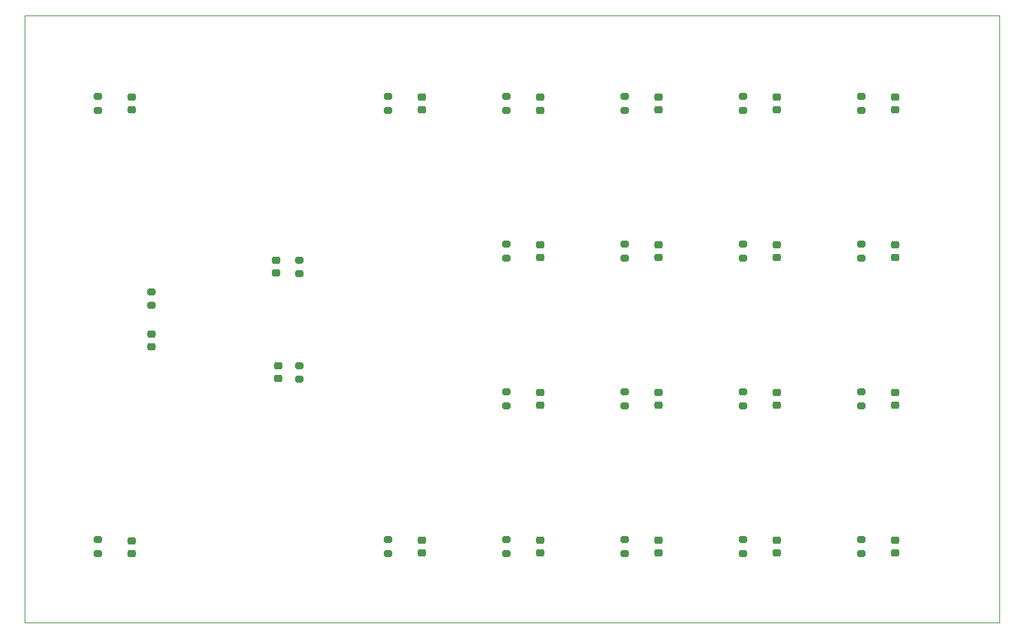
<source format=gbr>
%TF.GenerationSoftware,KiCad,Pcbnew,(6.0.7)*%
%TF.CreationDate,2022-10-17T13:11:33-04:00*%
%TF.ProjectId,FrontPanel,46726f6e-7450-4616-9e65-6c2e6b696361,rev?*%
%TF.SameCoordinates,Original*%
%TF.FileFunction,Paste,Bot*%
%TF.FilePolarity,Positive*%
%FSLAX46Y46*%
G04 Gerber Fmt 4.6, Leading zero omitted, Abs format (unit mm)*
G04 Created by KiCad (PCBNEW (6.0.7)) date 2022-10-17 13:11:33*
%MOMM*%
%LPD*%
G01*
G04 APERTURE LIST*
G04 Aperture macros list*
%AMRoundRect*
0 Rectangle with rounded corners*
0 $1 Rounding radius*
0 $2 $3 $4 $5 $6 $7 $8 $9 X,Y pos of 4 corners*
0 Add a 4 corners polygon primitive as box body*
4,1,4,$2,$3,$4,$5,$6,$7,$8,$9,$2,$3,0*
0 Add four circle primitives for the rounded corners*
1,1,$1+$1,$2,$3*
1,1,$1+$1,$4,$5*
1,1,$1+$1,$6,$7*
1,1,$1+$1,$8,$9*
0 Add four rect primitives between the rounded corners*
20,1,$1+$1,$2,$3,$4,$5,0*
20,1,$1+$1,$4,$5,$6,$7,0*
20,1,$1+$1,$6,$7,$8,$9,0*
20,1,$1+$1,$8,$9,$2,$3,0*%
G04 Aperture macros list end*
%TA.AperFunction,Profile*%
%ADD10C,0.100000*%
%TD*%
%ADD11RoundRect,0.200000X0.275000X-0.200000X0.275000X0.200000X-0.275000X0.200000X-0.275000X-0.200000X0*%
%ADD12RoundRect,0.225000X-0.250000X0.225000X-0.250000X-0.225000X0.250000X-0.225000X0.250000X0.225000X0*%
%ADD13RoundRect,0.200000X-0.275000X0.200000X-0.275000X-0.200000X0.275000X-0.200000X0.275000X0.200000X0*%
G04 APERTURE END LIST*
D10*
X156870400Y-13335000D02*
X274066000Y-13335000D01*
X274066000Y-13335000D02*
X274066000Y-86360000D01*
X274066000Y-86360000D02*
X156870400Y-86360000D01*
X156870400Y-86360000D02*
X156870400Y-13335000D01*
D11*
%TO.C,R_DBC_8*%
X214782400Y-78041000D03*
X214782400Y-76391000D03*
%TD*%
D12*
%TO.C,C_DBC_3*%
X204622400Y-76441000D03*
X204622400Y-77991000D03*
%TD*%
%TO.C,C_DBC_2*%
X204622400Y-23101000D03*
X204622400Y-24651000D03*
%TD*%
%TO.C,C_DBC_5*%
X218846400Y-23151000D03*
X218846400Y-24701000D03*
%TD*%
%TO.C,C_DBC_6*%
X218846400Y-40881000D03*
X218846400Y-42431000D03*
%TD*%
D11*
%TO.C,R_DBC_5*%
X214782400Y-24701000D03*
X214782400Y-23051000D03*
%TD*%
%TO.C,R_DBC_4*%
X165633400Y-78041000D03*
X165633400Y-76391000D03*
%TD*%
%TO.C,R_DBC_20*%
X257454400Y-78041000D03*
X257454400Y-76391000D03*
%TD*%
D12*
%TO.C,C_DBC_9*%
X233070400Y-23101000D03*
X233070400Y-24651000D03*
%TD*%
%TO.C,C_DBC_17*%
X261518400Y-23101000D03*
X261518400Y-24651000D03*
%TD*%
%TO.C,C_DBC_23*%
X172110400Y-51676000D03*
X172110400Y-53226000D03*
%TD*%
D11*
%TO.C,R_DBC_15*%
X243230400Y-60261000D03*
X243230400Y-58611000D03*
%TD*%
D12*
%TO.C,C_DBC_12*%
X233070400Y-76441000D03*
X233070400Y-77991000D03*
%TD*%
D11*
%TO.C,R_DBC_7*%
X214782400Y-60261000D03*
X214782400Y-58611000D03*
%TD*%
%TO.C,R_DBC_14*%
X243230400Y-42481000D03*
X243230400Y-40831000D03*
%TD*%
D12*
%TO.C,C_DBC_20*%
X261518400Y-76441000D03*
X261518400Y-77991000D03*
%TD*%
D13*
%TO.C,R_DBC_21*%
X189890400Y-42736000D03*
X189890400Y-44386000D03*
%TD*%
%TO.C,R_DBC_23*%
X172110400Y-46546000D03*
X172110400Y-48196000D03*
%TD*%
D12*
%TO.C,C_DBC_8*%
X218846400Y-76441000D03*
X218846400Y-77991000D03*
%TD*%
%TO.C,C_DBC_1*%
X169697400Y-23101000D03*
X169697400Y-24651000D03*
%TD*%
D11*
%TO.C,R_DBC_9*%
X229006400Y-24701000D03*
X229006400Y-23051000D03*
%TD*%
D12*
%TO.C,C_DBC_10*%
X233070400Y-40881000D03*
X233070400Y-42431000D03*
%TD*%
D11*
%TO.C,R_DBC_16*%
X243230400Y-78041000D03*
X243230400Y-76391000D03*
%TD*%
%TO.C,R_DBC_10*%
X229006400Y-42481000D03*
X229006400Y-40831000D03*
%TD*%
%TO.C,R_DBC_1*%
X165633400Y-24701000D03*
X165633400Y-23051000D03*
%TD*%
D12*
%TO.C,C_DBC_16*%
X247294400Y-76441000D03*
X247294400Y-77991000D03*
%TD*%
D11*
%TO.C,R_DBC_12*%
X229006400Y-78041000D03*
X229006400Y-76391000D03*
%TD*%
D12*
%TO.C,C_DBC_4*%
X169697400Y-76517000D03*
X169697400Y-78067000D03*
%TD*%
D11*
%TO.C,R_DBC_3*%
X200558400Y-78041000D03*
X200558400Y-76391000D03*
%TD*%
%TO.C,R_DBC_17*%
X257454400Y-24701000D03*
X257454400Y-23051000D03*
%TD*%
D12*
%TO.C,C_DBC_22*%
X187350400Y-55486000D03*
X187350400Y-57036000D03*
%TD*%
%TO.C,C_DBC_14*%
X247294400Y-40881000D03*
X247294400Y-42431000D03*
%TD*%
D11*
%TO.C,R_DBC_2*%
X200558400Y-24701000D03*
X200558400Y-23051000D03*
%TD*%
D13*
%TO.C,R_DBC_22*%
X189890400Y-55436000D03*
X189890400Y-57086000D03*
%TD*%
D12*
%TO.C,C_DBC_21*%
X187096400Y-42786000D03*
X187096400Y-44336000D03*
%TD*%
D11*
%TO.C,R_DBC_13*%
X243230400Y-24701000D03*
X243230400Y-23051000D03*
%TD*%
%TO.C,R_DBC_19*%
X257454400Y-60261000D03*
X257454400Y-58611000D03*
%TD*%
%TO.C,R_DBC_11*%
X229006400Y-60261000D03*
X229006400Y-58611000D03*
%TD*%
D12*
%TO.C,C_DBC_7*%
X218846400Y-58661000D03*
X218846400Y-60211000D03*
%TD*%
%TO.C,C_DBC_11*%
X233070400Y-58661000D03*
X233070400Y-60211000D03*
%TD*%
%TO.C,C_DBC_15*%
X247294400Y-58661000D03*
X247294400Y-60211000D03*
%TD*%
%TO.C,C_DBC_13*%
X247294400Y-23101000D03*
X247294400Y-24651000D03*
%TD*%
%TO.C,C_DBC_19*%
X261518400Y-58661000D03*
X261518400Y-60211000D03*
%TD*%
%TO.C,C_DBC_18*%
X261518400Y-40881000D03*
X261518400Y-42431000D03*
%TD*%
D11*
%TO.C,R_DBC_18*%
X257454400Y-42481000D03*
X257454400Y-40831000D03*
%TD*%
%TO.C,R_DBC_6*%
X214782400Y-42481000D03*
X214782400Y-40831000D03*
%TD*%
M02*

</source>
